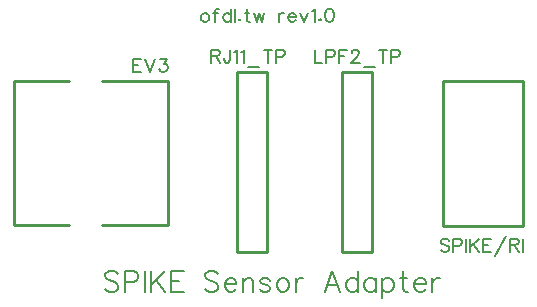
<source format=gto>
G04 Layer: TopSilkscreenLayer*
G04 EasyEDA v6.4.31, 2022-02-08 20:51:16*
G04 aca76a114d3d40dd8edb9042e3354b56,7b35ab87edb5478c89a92b32cd25319b,10*
G04 Gerber Generator version 0.2*
G04 Scale: 100 percent, Rotated: No, Reflected: No *
G04 Dimensions in millimeters *
G04 leading zeros omitted , absolute positions ,4 integer and 5 decimal *
%FSLAX45Y45*%
%MOMM*%

%ADD10C,0.2540*%
%ADD18C,0.2032*%
%ADD19C,0.1524*%

%LPD*%
D18*
X1676654Y3509771D02*
G01*
X1660397Y3526281D01*
X1635760Y3534410D01*
X1602994Y3534410D01*
X1578355Y3526281D01*
X1562100Y3509771D01*
X1562100Y3493515D01*
X1570228Y3477260D01*
X1578355Y3468878D01*
X1594865Y3460750D01*
X1643887Y3444494D01*
X1660397Y3436365D01*
X1668526Y3427984D01*
X1676654Y3411728D01*
X1676654Y3387089D01*
X1660397Y3370834D01*
X1635760Y3362705D01*
X1602994Y3362705D01*
X1578355Y3370834D01*
X1562100Y3387089D01*
X1730755Y3534410D02*
G01*
X1730755Y3362705D01*
X1730755Y3534410D02*
G01*
X1804162Y3534410D01*
X1828800Y3526281D01*
X1836928Y3518154D01*
X1845310Y3501644D01*
X1845310Y3477260D01*
X1836928Y3460750D01*
X1828800Y3452621D01*
X1804162Y3444494D01*
X1730755Y3444494D01*
X1899157Y3534410D02*
G01*
X1899157Y3362705D01*
X1953259Y3534410D02*
G01*
X1953259Y3362705D01*
X2067813Y3534410D02*
G01*
X1953259Y3419855D01*
X1994154Y3460750D02*
G01*
X2067813Y3362705D01*
X2121661Y3534410D02*
G01*
X2121661Y3362705D01*
X2121661Y3534410D02*
G01*
X2228088Y3534410D01*
X2121661Y3452621D02*
G01*
X2187193Y3452621D01*
X2121661Y3362705D02*
G01*
X2228088Y3362705D01*
X2522727Y3509771D02*
G01*
X2506218Y3526281D01*
X2481834Y3534410D01*
X2449068Y3534410D01*
X2424429Y3526281D01*
X2408174Y3509771D01*
X2408174Y3493515D01*
X2416302Y3477260D01*
X2424429Y3468878D01*
X2440940Y3460750D01*
X2489961Y3444494D01*
X2506218Y3436365D01*
X2514345Y3427984D01*
X2522727Y3411728D01*
X2522727Y3387089D01*
X2506218Y3370834D01*
X2481834Y3362705D01*
X2449068Y3362705D01*
X2424429Y3370834D01*
X2408174Y3387089D01*
X2576575Y3427984D02*
G01*
X2674874Y3427984D01*
X2674874Y3444494D01*
X2666745Y3460750D01*
X2658363Y3468878D01*
X2642108Y3477260D01*
X2617470Y3477260D01*
X2601213Y3468878D01*
X2584704Y3452621D01*
X2576575Y3427984D01*
X2576575Y3411728D01*
X2584704Y3387089D01*
X2601213Y3370834D01*
X2617470Y3362705D01*
X2642108Y3362705D01*
X2658363Y3370834D01*
X2674874Y3387089D01*
X2728722Y3477260D02*
G01*
X2728722Y3362705D01*
X2728722Y3444494D02*
G01*
X2753359Y3468878D01*
X2769615Y3477260D01*
X2794254Y3477260D01*
X2810763Y3468878D01*
X2818891Y3444494D01*
X2818891Y3362705D01*
X2962909Y3452621D02*
G01*
X2954527Y3468878D01*
X2930143Y3477260D01*
X2905506Y3477260D01*
X2881122Y3468878D01*
X2872740Y3452621D01*
X2881122Y3436365D01*
X2897377Y3427984D01*
X2938272Y3419855D01*
X2954527Y3411728D01*
X2962909Y3395471D01*
X2962909Y3387089D01*
X2954527Y3370834D01*
X2930143Y3362705D01*
X2905506Y3362705D01*
X2881122Y3370834D01*
X2872740Y3387089D01*
X3057652Y3477260D02*
G01*
X3041395Y3468878D01*
X3024886Y3452621D01*
X3016758Y3427984D01*
X3016758Y3411728D01*
X3024886Y3387089D01*
X3041395Y3370834D01*
X3057652Y3362705D01*
X3082290Y3362705D01*
X3098545Y3370834D01*
X3115056Y3387089D01*
X3123184Y3411728D01*
X3123184Y3427984D01*
X3115056Y3452621D01*
X3098545Y3468878D01*
X3082290Y3477260D01*
X3057652Y3477260D01*
X3177286Y3477260D02*
G01*
X3177286Y3362705D01*
X3177286Y3427984D02*
G01*
X3185413Y3452621D01*
X3201670Y3468878D01*
X3218179Y3477260D01*
X3242563Y3477260D01*
X3488181Y3534410D02*
G01*
X3422650Y3362705D01*
X3488181Y3534410D02*
G01*
X3553459Y3362705D01*
X3447288Y3419855D02*
G01*
X3529075Y3419855D01*
X3705859Y3534410D02*
G01*
X3705859Y3362705D01*
X3705859Y3452621D02*
G01*
X3689350Y3468878D01*
X3673093Y3477260D01*
X3648456Y3477260D01*
X3632200Y3468878D01*
X3615690Y3452621D01*
X3607561Y3427984D01*
X3607561Y3411728D01*
X3615690Y3387089D01*
X3632200Y3370834D01*
X3648456Y3362705D01*
X3673093Y3362705D01*
X3689350Y3370834D01*
X3705859Y3387089D01*
X3858006Y3477260D02*
G01*
X3858006Y3362705D01*
X3858006Y3452621D02*
G01*
X3841495Y3468878D01*
X3825240Y3477260D01*
X3800602Y3477260D01*
X3784345Y3468878D01*
X3767836Y3452621D01*
X3759708Y3427984D01*
X3759708Y3411728D01*
X3767836Y3387089D01*
X3784345Y3370834D01*
X3800602Y3362705D01*
X3825240Y3362705D01*
X3841495Y3370834D01*
X3858006Y3387089D01*
X3911854Y3477260D02*
G01*
X3911854Y3305302D01*
X3911854Y3452621D02*
G01*
X3928363Y3468878D01*
X3944620Y3477260D01*
X3969258Y3477260D01*
X3985513Y3468878D01*
X4002024Y3452621D01*
X4010152Y3427984D01*
X4010152Y3411728D01*
X4002024Y3387089D01*
X3985513Y3370834D01*
X3969258Y3362705D01*
X3944620Y3362705D01*
X3928363Y3370834D01*
X3911854Y3387089D01*
X4088638Y3534410D02*
G01*
X4088638Y3395471D01*
X4096765Y3370834D01*
X4113275Y3362705D01*
X4129531Y3362705D01*
X4064000Y3477260D02*
G01*
X4121404Y3477260D01*
X4183634Y3427984D02*
G01*
X4281677Y3427984D01*
X4281677Y3444494D01*
X4273550Y3460750D01*
X4265422Y3468878D01*
X4248911Y3477260D01*
X4224527Y3477260D01*
X4208018Y3468878D01*
X4191761Y3452621D01*
X4183634Y3427984D01*
X4183634Y3411728D01*
X4191761Y3387089D01*
X4208018Y3370834D01*
X4224527Y3362705D01*
X4248911Y3362705D01*
X4265422Y3370834D01*
X4281677Y3387089D01*
X4335779Y3477260D02*
G01*
X4335779Y3362705D01*
X4335779Y3427984D02*
G01*
X4343908Y3452621D01*
X4360163Y3468878D01*
X4376674Y3477260D01*
X4401311Y3477260D01*
X2402077Y5721604D02*
G01*
X2391156Y5716270D01*
X2380234Y5705347D01*
X2374900Y5689092D01*
X2374900Y5678170D01*
X2380234Y5661660D01*
X2391156Y5650737D01*
X2402077Y5645404D01*
X2418588Y5645404D01*
X2429509Y5650737D01*
X2440431Y5661660D01*
X2445765Y5678170D01*
X2445765Y5689092D01*
X2440431Y5705347D01*
X2429509Y5716270D01*
X2418588Y5721604D01*
X2402077Y5721604D01*
X2525522Y5759957D02*
G01*
X2514600Y5759957D01*
X2503677Y5754370D01*
X2498090Y5738113D01*
X2498090Y5645404D01*
X2481834Y5721604D02*
G01*
X2519934Y5721604D01*
X2626868Y5759957D02*
G01*
X2626868Y5645404D01*
X2626868Y5705347D02*
G01*
X2615945Y5716270D01*
X2605024Y5721604D01*
X2588768Y5721604D01*
X2577845Y5716270D01*
X2566924Y5705347D01*
X2561336Y5689092D01*
X2561336Y5678170D01*
X2566924Y5661660D01*
X2577845Y5650737D01*
X2588768Y5645404D01*
X2605024Y5645404D01*
X2615945Y5650737D01*
X2626868Y5661660D01*
X2662936Y5759957D02*
G01*
X2662936Y5645404D01*
X2704338Y5672581D02*
G01*
X2699004Y5667247D01*
X2704338Y5661660D01*
X2709925Y5667247D01*
X2704338Y5672581D01*
X2762250Y5759957D02*
G01*
X2762250Y5667247D01*
X2767584Y5650737D01*
X2778506Y5645404D01*
X2789427Y5645404D01*
X2745740Y5721604D02*
G01*
X2784093Y5721604D01*
X2825495Y5721604D02*
G01*
X2847340Y5645404D01*
X2869184Y5721604D02*
G01*
X2847340Y5645404D01*
X2869184Y5721604D02*
G01*
X2890774Y5645404D01*
X2912618Y5721604D02*
G01*
X2890774Y5645404D01*
X3032759Y5721604D02*
G01*
X3032759Y5645404D01*
X3032759Y5689092D02*
G01*
X3038093Y5705347D01*
X3049015Y5716270D01*
X3059938Y5721604D01*
X3076447Y5721604D01*
X3112261Y5689092D02*
G01*
X3177793Y5689092D01*
X3177793Y5700013D01*
X3172459Y5710681D01*
X3166872Y5716270D01*
X3155950Y5721604D01*
X3139693Y5721604D01*
X3128772Y5716270D01*
X3117850Y5705347D01*
X3112261Y5689092D01*
X3112261Y5678170D01*
X3117850Y5661660D01*
X3128772Y5650737D01*
X3139693Y5645404D01*
X3155950Y5645404D01*
X3166872Y5650737D01*
X3177793Y5661660D01*
X3213861Y5721604D02*
G01*
X3246627Y5645404D01*
X3279140Y5721604D02*
G01*
X3246627Y5645404D01*
X3315208Y5738113D02*
G01*
X3326129Y5743447D01*
X3342640Y5759957D01*
X3342640Y5645404D01*
X3384041Y5672581D02*
G01*
X3378454Y5667247D01*
X3384041Y5661660D01*
X3389375Y5667247D01*
X3384041Y5672581D01*
X3458209Y5759957D02*
G01*
X3441700Y5754370D01*
X3430777Y5738113D01*
X3425443Y5710681D01*
X3425443Y5694426D01*
X3430777Y5667247D01*
X3441700Y5650737D01*
X3458209Y5645404D01*
X3469131Y5645404D01*
X3485388Y5650737D01*
X3496309Y5667247D01*
X3501897Y5694426D01*
X3501897Y5710681D01*
X3496309Y5738113D01*
X3485388Y5754370D01*
X3469131Y5759957D01*
X3458209Y5759957D01*
D19*
X1803400Y5335015D02*
G01*
X1803400Y5226050D01*
X1803400Y5335015D02*
G01*
X1870963Y5335015D01*
X1803400Y5283200D02*
G01*
X1845055Y5283200D01*
X1803400Y5226050D02*
G01*
X1870963Y5226050D01*
X1905254Y5335015D02*
G01*
X1946909Y5226050D01*
X1988311Y5335015D02*
G01*
X1946909Y5226050D01*
X2033015Y5335015D02*
G01*
X2090165Y5335015D01*
X2058924Y5293360D01*
X2074672Y5293360D01*
X2085086Y5288279D01*
X2090165Y5283200D01*
X2095500Y5267452D01*
X2095500Y5257037D01*
X2090165Y5241544D01*
X2079752Y5231129D01*
X2064258Y5226050D01*
X2048509Y5226050D01*
X2033015Y5231129D01*
X2027936Y5236210D01*
X2022602Y5246623D01*
X3340100Y5411215D02*
G01*
X3340100Y5302250D01*
X3340100Y5302250D02*
G01*
X3402329Y5302250D01*
X3436620Y5411215D02*
G01*
X3436620Y5302250D01*
X3436620Y5411215D02*
G01*
X3483609Y5411215D01*
X3499104Y5406136D01*
X3504184Y5400802D01*
X3509518Y5390387D01*
X3509518Y5374894D01*
X3504184Y5364479D01*
X3499104Y5359400D01*
X3483609Y5354065D01*
X3436620Y5354065D01*
X3543808Y5411215D02*
G01*
X3543808Y5302250D01*
X3543808Y5411215D02*
G01*
X3611372Y5411215D01*
X3543808Y5359400D02*
G01*
X3585209Y5359400D01*
X3650741Y5385307D02*
G01*
X3650741Y5390387D01*
X3656075Y5400802D01*
X3661156Y5406136D01*
X3671570Y5411215D01*
X3692397Y5411215D01*
X3702811Y5406136D01*
X3707891Y5400802D01*
X3713225Y5390387D01*
X3713225Y5379973D01*
X3707891Y5369560D01*
X3697477Y5354065D01*
X3645661Y5302250D01*
X3718306Y5302250D01*
X3752595Y5265673D02*
G01*
X3846068Y5265673D01*
X3916679Y5411215D02*
G01*
X3916679Y5302250D01*
X3880358Y5411215D02*
G01*
X3953256Y5411215D01*
X3987545Y5411215D02*
G01*
X3987545Y5302250D01*
X3987545Y5411215D02*
G01*
X4034281Y5411215D01*
X4049775Y5406136D01*
X4055109Y5400802D01*
X4060190Y5390387D01*
X4060190Y5374894D01*
X4055109Y5364479D01*
X4049775Y5359400D01*
X4034281Y5354065D01*
X3987545Y5354065D01*
X2463800Y5411215D02*
G01*
X2463800Y5302250D01*
X2463800Y5411215D02*
G01*
X2510536Y5411215D01*
X2526029Y5406136D01*
X2531363Y5400802D01*
X2536443Y5390387D01*
X2536443Y5379973D01*
X2531363Y5369560D01*
X2526029Y5364479D01*
X2510536Y5359400D01*
X2463800Y5359400D01*
X2500122Y5359400D02*
G01*
X2536443Y5302250D01*
X2622804Y5411215D02*
G01*
X2622804Y5328157D01*
X2617470Y5312410D01*
X2612390Y5307329D01*
X2601975Y5302250D01*
X2591561Y5302250D01*
X2581147Y5307329D01*
X2576068Y5312410D01*
X2570734Y5328157D01*
X2570734Y5338571D01*
X2657093Y5390387D02*
G01*
X2667508Y5395721D01*
X2683002Y5411215D01*
X2683002Y5302250D01*
X2717291Y5390387D02*
G01*
X2727706Y5395721D01*
X2743200Y5411215D01*
X2743200Y5302250D01*
X2777490Y5265673D02*
G01*
X2871215Y5265673D01*
X2941827Y5411215D02*
G01*
X2941827Y5302250D01*
X2905506Y5411215D02*
G01*
X2978150Y5411215D01*
X3012440Y5411215D02*
G01*
X3012440Y5302250D01*
X3012440Y5411215D02*
G01*
X3059175Y5411215D01*
X3074670Y5406136D01*
X3080004Y5400802D01*
X3085084Y5390387D01*
X3085084Y5374894D01*
X3080004Y5364479D01*
X3074670Y5359400D01*
X3059175Y5354065D01*
X3012440Y5354065D01*
X4479543Y3795521D02*
G01*
X4469129Y3805936D01*
X4453636Y3811015D01*
X4432808Y3811015D01*
X4417313Y3805936D01*
X4406900Y3795521D01*
X4406900Y3785107D01*
X4411979Y3774694D01*
X4417313Y3769360D01*
X4427727Y3764279D01*
X4458970Y3753865D01*
X4469129Y3748786D01*
X4474463Y3743452D01*
X4479543Y3733037D01*
X4479543Y3717544D01*
X4469129Y3707129D01*
X4453636Y3702050D01*
X4432808Y3702050D01*
X4417313Y3707129D01*
X4406900Y3717544D01*
X4513834Y3811015D02*
G01*
X4513834Y3702050D01*
X4513834Y3811015D02*
G01*
X4560570Y3811015D01*
X4576318Y3805936D01*
X4581397Y3800602D01*
X4586731Y3790187D01*
X4586731Y3774694D01*
X4581397Y3764279D01*
X4576318Y3759200D01*
X4560570Y3753865D01*
X4513834Y3753865D01*
X4621022Y3811015D02*
G01*
X4621022Y3702050D01*
X4655311Y3811015D02*
G01*
X4655311Y3702050D01*
X4727956Y3811015D02*
G01*
X4655311Y3738371D01*
X4681220Y3764279D02*
G01*
X4727956Y3702050D01*
X4762245Y3811015D02*
G01*
X4762245Y3702050D01*
X4762245Y3811015D02*
G01*
X4829809Y3811015D01*
X4762245Y3759200D02*
G01*
X4803902Y3759200D01*
X4762245Y3702050D02*
G01*
X4829809Y3702050D01*
X4957572Y3831844D02*
G01*
X4864100Y3665473D01*
X4991861Y3811015D02*
G01*
X4991861Y3702050D01*
X4991861Y3811015D02*
G01*
X5038597Y3811015D01*
X5054345Y3805936D01*
X5059425Y3800602D01*
X5064759Y3790187D01*
X5064759Y3779773D01*
X5059425Y3769360D01*
X5054345Y3764279D01*
X5038597Y3759200D01*
X4991861Y3759200D01*
X5028184Y3759200D02*
G01*
X5064759Y3702050D01*
X5099050Y3811015D02*
G01*
X5099050Y3702050D01*
D10*
X1255608Y3923898D02*
G01*
X795606Y3923901D01*
X795606Y5143898D02*
G01*
X1255608Y5143901D01*
X2095606Y5143901D02*
G01*
X2095606Y3923901D01*
X795604Y5143901D02*
G01*
X795606Y3923901D01*
X1535607Y5143901D02*
G01*
X2095611Y5143903D01*
X2095609Y3923898D02*
G01*
X1535607Y3923898D01*
X3822700Y4965700D02*
G01*
X3822700Y3695700D01*
X3568700Y3695700D01*
X3568700Y5219700D01*
X3822700Y5219700D01*
X3822700Y4965700D01*
X2933700Y4965700D02*
G01*
X2933700Y3695700D01*
X2679700Y3695700D01*
X2679700Y5219700D01*
X2933700Y5219700D01*
X2933700Y4965700D01*
X5105806Y5146395D02*
G01*
X5105806Y3921404D01*
X4425797Y3921404D01*
X4425797Y5146395D01*
X5105806Y5146395D01*
M02*

</source>
